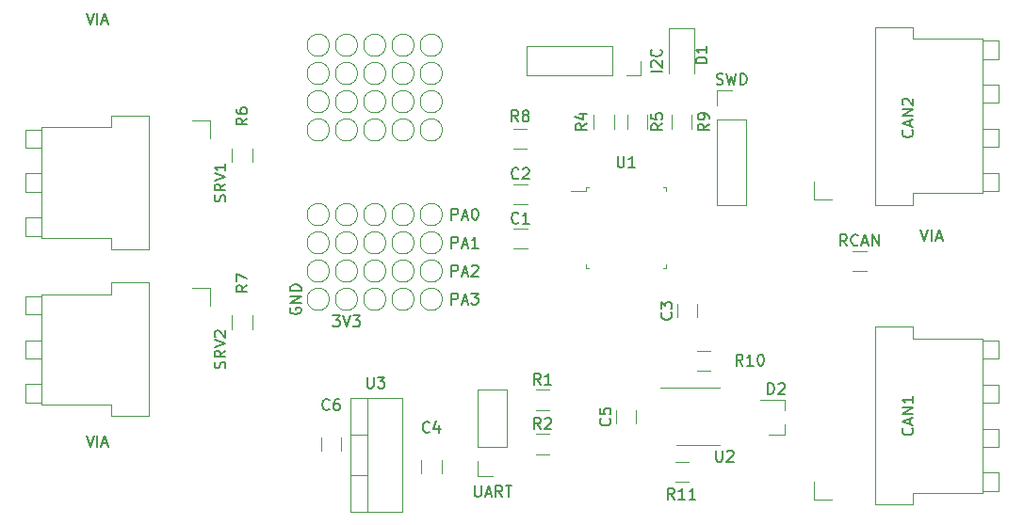
<source format=gbr>
G04 #@! TF.GenerationSoftware,KiCad,Pcbnew,(5.1.4)-1*
G04 #@! TF.CreationDate,2020-01-17T23:34:28+09:00*
G04 #@! TF.ProjectId,QX20CTRLV1,51583230-4354-4524-9c56-312e6b696361,rev?*
G04 #@! TF.SameCoordinates,Original*
G04 #@! TF.FileFunction,Legend,Top*
G04 #@! TF.FilePolarity,Positive*
%FSLAX46Y46*%
G04 Gerber Fmt 4.6, Leading zero omitted, Abs format (unit mm)*
G04 Created by KiCad (PCBNEW (5.1.4)-1) date 2020-01-17 23:34:28*
%MOMM*%
%LPD*%
G04 APERTURE LIST*
%ADD10C,0.120000*%
%ADD11C,0.150000*%
G04 APERTURE END LIST*
D10*
X97840000Y-64600000D02*
G75*
G03X97840000Y-64600000I-1000000J0D01*
G01*
X97840000Y-67140000D02*
G75*
G03X97840000Y-67140000I-1000000J0D01*
G01*
X97840000Y-69680000D02*
G75*
G03X97840000Y-69680000I-1000000J0D01*
G01*
X108000000Y-64600000D02*
G75*
G03X108000000Y-64600000I-1000000J0D01*
G01*
X105460000Y-64600000D02*
G75*
G03X105460000Y-64600000I-1000000J0D01*
G01*
X102920000Y-64600000D02*
G75*
G03X102920000Y-64600000I-1000000J0D01*
G01*
X100380000Y-64600000D02*
G75*
G03X100380000Y-64600000I-1000000J0D01*
G01*
X108000000Y-67140000D02*
G75*
G03X108000000Y-67140000I-1000000J0D01*
G01*
X105460000Y-67140000D02*
G75*
G03X105460000Y-67140000I-1000000J0D01*
G01*
X102920000Y-67140000D02*
G75*
G03X102920000Y-67140000I-1000000J0D01*
G01*
X100380000Y-67140000D02*
G75*
G03X100380000Y-67140000I-1000000J0D01*
G01*
X108000000Y-69680000D02*
G75*
G03X108000000Y-69680000I-1000000J0D01*
G01*
X105460000Y-69680000D02*
G75*
G03X105460000Y-69680000I-1000000J0D01*
G01*
X102920000Y-69680000D02*
G75*
G03X102920000Y-69680000I-1000000J0D01*
G01*
X100380000Y-69680000D02*
G75*
G03X100380000Y-69680000I-1000000J0D01*
G01*
X108000000Y-72220000D02*
G75*
G03X108000000Y-72220000I-1000000J0D01*
G01*
X105460000Y-72220000D02*
G75*
G03X105460000Y-72220000I-1000000J0D01*
G01*
X102920000Y-72220000D02*
G75*
G03X102920000Y-72220000I-1000000J0D01*
G01*
X100380000Y-72220000D02*
G75*
G03X100380000Y-72220000I-1000000J0D01*
G01*
X97840000Y-72220000D02*
G75*
G03X97840000Y-72220000I-1000000J0D01*
G01*
X97840000Y-79840000D02*
G75*
G03X97840000Y-79840000I-1000000J0D01*
G01*
X100380000Y-79840000D02*
G75*
G03X100380000Y-79840000I-1000000J0D01*
G01*
X102920000Y-79840000D02*
G75*
G03X102920000Y-79840000I-1000000J0D01*
G01*
X105460000Y-79840000D02*
G75*
G03X105460000Y-79840000I-1000000J0D01*
G01*
X108000000Y-79840000D02*
G75*
G03X108000000Y-79840000I-1000000J0D01*
G01*
X97840000Y-82380000D02*
G75*
G03X97840000Y-82380000I-1000000J0D01*
G01*
X100380000Y-82380000D02*
G75*
G03X100380000Y-82380000I-1000000J0D01*
G01*
X102920000Y-82380000D02*
G75*
G03X102920000Y-82380000I-1000000J0D01*
G01*
X105460000Y-82380000D02*
G75*
G03X105460000Y-82380000I-1000000J0D01*
G01*
X108000000Y-82380000D02*
G75*
G03X108000000Y-82380000I-1000000J0D01*
G01*
X97840000Y-84920000D02*
G75*
G03X97840000Y-84920000I-1000000J0D01*
G01*
X100380000Y-84920000D02*
G75*
G03X100380000Y-84920000I-1000000J0D01*
G01*
X102920000Y-84920000D02*
G75*
G03X102920000Y-84920000I-1000000J0D01*
G01*
X105460000Y-84920000D02*
G75*
G03X105460000Y-84920000I-1000000J0D01*
G01*
X108000000Y-84920000D02*
G75*
G03X108000000Y-84920000I-1000000J0D01*
G01*
X97840000Y-87460000D02*
G75*
G03X97840000Y-87460000I-1000000J0D01*
G01*
X100380000Y-87460000D02*
G75*
G03X100380000Y-87460000I-1000000J0D01*
G01*
X102920000Y-87460000D02*
G75*
G03X102920000Y-87460000I-1000000J0D01*
G01*
X105460000Y-87460000D02*
G75*
G03X105460000Y-87460000I-1000000J0D01*
G01*
X108000000Y-87460000D02*
G75*
G03X108000000Y-87460000I-1000000J0D01*
G01*
X132670000Y-68670000D02*
X134000000Y-68670000D01*
X132670000Y-70000000D02*
X132670000Y-68670000D01*
X132670000Y-71270000D02*
X135330000Y-71270000D01*
X135330000Y-71270000D02*
X135330000Y-78950000D01*
X132670000Y-71270000D02*
X132670000Y-78950000D01*
X132670000Y-78950000D02*
X135330000Y-78950000D01*
X120890000Y-77690000D02*
X119575000Y-77690000D01*
X120890000Y-77390000D02*
X120890000Y-77690000D01*
X121190000Y-77390000D02*
X120890000Y-77390000D01*
X128110000Y-77390000D02*
X128110000Y-77690000D01*
X127810000Y-77390000D02*
X128110000Y-77390000D01*
X120890000Y-84610000D02*
X120890000Y-84310000D01*
X121190000Y-84610000D02*
X120890000Y-84610000D01*
X128110000Y-84610000D02*
X128110000Y-84310000D01*
X127810000Y-84610000D02*
X128110000Y-84610000D01*
X106090000Y-103114564D02*
X106090000Y-101910436D01*
X107910000Y-103114564D02*
X107910000Y-101910436D01*
X97090000Y-99885436D02*
X97090000Y-101089564D01*
X98910000Y-99885436D02*
X98910000Y-101089564D01*
X99730000Y-106580000D02*
X99730000Y-96340000D01*
X104371000Y-106580000D02*
X104371000Y-96340000D01*
X99730000Y-106580000D02*
X104371000Y-106580000D01*
X99730000Y-96340000D02*
X104371000Y-96340000D01*
X101240000Y-106580000D02*
X101240000Y-96340000D01*
X99730000Y-103310000D02*
X101240000Y-103310000D01*
X99730000Y-99609000D02*
X101240000Y-99609000D01*
X146890000Y-78940000D02*
X146890000Y-62940000D01*
X146890000Y-62940000D02*
X150310000Y-62940000D01*
X150310000Y-62940000D02*
X150310000Y-63990000D01*
X150310000Y-63990000D02*
X156510000Y-63990000D01*
X156510000Y-63990000D02*
X156510000Y-77890000D01*
X156510000Y-77890000D02*
X150310000Y-77890000D01*
X150310000Y-77890000D02*
X150310000Y-78940000D01*
X150310000Y-78940000D02*
X146890000Y-78940000D01*
X156510000Y-77700000D02*
X158010000Y-77700000D01*
X158010000Y-77700000D02*
X158010000Y-76060000D01*
X158010000Y-76060000D02*
X156510000Y-76060000D01*
X156510000Y-73740000D02*
X158010000Y-73740000D01*
X158010000Y-73740000D02*
X158010000Y-72100000D01*
X158010000Y-72100000D02*
X156510000Y-72100000D01*
X156510000Y-69780000D02*
X158010000Y-69780000D01*
X158010000Y-69780000D02*
X158010000Y-68140000D01*
X158010000Y-68140000D02*
X156510000Y-68140000D01*
X156510000Y-65820000D02*
X158010000Y-65820000D01*
X158010000Y-65820000D02*
X158010000Y-64180000D01*
X158010000Y-64180000D02*
X156510000Y-64180000D01*
X141390000Y-76880000D02*
X141390000Y-78490000D01*
X141390000Y-78490000D02*
X143000000Y-78490000D01*
X114410436Y-82910000D02*
X115614564Y-82910000D01*
X114410436Y-81090000D02*
X115614564Y-81090000D01*
X114410436Y-77090000D02*
X115614564Y-77090000D01*
X114410436Y-78910000D02*
X115614564Y-78910000D01*
X130910000Y-89089564D02*
X130910000Y-87885436D01*
X129090000Y-89089564D02*
X129090000Y-87885436D01*
X123590000Y-98614564D02*
X123590000Y-97410436D01*
X125410000Y-98614564D02*
X125410000Y-97410436D01*
X130635000Y-67087500D02*
X130635000Y-63027500D01*
X130635000Y-63027500D02*
X128365000Y-63027500D01*
X128365000Y-63027500D02*
X128365000Y-67087500D01*
X138760000Y-99630000D02*
X138760000Y-98700000D01*
X138760000Y-96470000D02*
X138760000Y-97400000D01*
X138760000Y-96470000D02*
X136600000Y-96470000D01*
X138760000Y-99630000D02*
X137300000Y-99630000D01*
X141390000Y-105490000D02*
X143000000Y-105490000D01*
X141390000Y-103880000D02*
X141390000Y-105490000D01*
X158010000Y-91180000D02*
X156510000Y-91180000D01*
X158010000Y-92820000D02*
X158010000Y-91180000D01*
X156510000Y-92820000D02*
X158010000Y-92820000D01*
X158010000Y-95140000D02*
X156510000Y-95140000D01*
X158010000Y-96780000D02*
X158010000Y-95140000D01*
X156510000Y-96780000D02*
X158010000Y-96780000D01*
X158010000Y-99100000D02*
X156510000Y-99100000D01*
X158010000Y-100740000D02*
X158010000Y-99100000D01*
X156510000Y-100740000D02*
X158010000Y-100740000D01*
X158010000Y-103060000D02*
X156510000Y-103060000D01*
X158010000Y-104700000D02*
X158010000Y-103060000D01*
X156510000Y-104700000D02*
X158010000Y-104700000D01*
X150310000Y-105940000D02*
X146890000Y-105940000D01*
X150310000Y-104890000D02*
X150310000Y-105940000D01*
X156510000Y-104890000D02*
X150310000Y-104890000D01*
X156510000Y-90990000D02*
X156510000Y-104890000D01*
X150310000Y-90990000D02*
X156510000Y-90990000D01*
X150310000Y-89940000D02*
X150310000Y-90990000D01*
X146890000Y-89940000D02*
X150310000Y-89940000D01*
X146890000Y-105940000D02*
X146890000Y-89940000D01*
X87110000Y-71390000D02*
X85500000Y-71390000D01*
X87110000Y-73000000D02*
X87110000Y-71390000D01*
X70490000Y-81740000D02*
X71990000Y-81740000D01*
X70490000Y-80100000D02*
X70490000Y-81740000D01*
X71990000Y-80100000D02*
X70490000Y-80100000D01*
X70490000Y-77780000D02*
X71990000Y-77780000D01*
X70490000Y-76140000D02*
X70490000Y-77780000D01*
X71990000Y-76140000D02*
X70490000Y-76140000D01*
X70490000Y-73820000D02*
X71990000Y-73820000D01*
X70490000Y-72180000D02*
X70490000Y-73820000D01*
X71990000Y-72180000D02*
X70490000Y-72180000D01*
X78190000Y-70940000D02*
X81610000Y-70940000D01*
X78190000Y-71990000D02*
X78190000Y-70940000D01*
X71990000Y-71990000D02*
X78190000Y-71990000D01*
X71990000Y-81930000D02*
X71990000Y-71990000D01*
X78190000Y-81930000D02*
X71990000Y-81930000D01*
X78190000Y-82980000D02*
X78190000Y-81930000D01*
X81610000Y-82980000D02*
X78190000Y-82980000D01*
X81610000Y-70940000D02*
X81610000Y-82980000D01*
X81610000Y-85940000D02*
X81610000Y-97980000D01*
X81610000Y-97980000D02*
X78190000Y-97980000D01*
X78190000Y-97980000D02*
X78190000Y-96930000D01*
X78190000Y-96930000D02*
X71990000Y-96930000D01*
X71990000Y-96930000D02*
X71990000Y-86990000D01*
X71990000Y-86990000D02*
X78190000Y-86990000D01*
X78190000Y-86990000D02*
X78190000Y-85940000D01*
X78190000Y-85940000D02*
X81610000Y-85940000D01*
X71990000Y-87180000D02*
X70490000Y-87180000D01*
X70490000Y-87180000D02*
X70490000Y-88820000D01*
X70490000Y-88820000D02*
X71990000Y-88820000D01*
X71990000Y-91140000D02*
X70490000Y-91140000D01*
X70490000Y-91140000D02*
X70490000Y-92780000D01*
X70490000Y-92780000D02*
X71990000Y-92780000D01*
X71990000Y-95100000D02*
X70490000Y-95100000D01*
X70490000Y-95100000D02*
X70490000Y-96740000D01*
X70490000Y-96740000D02*
X71990000Y-96740000D01*
X87110000Y-88000000D02*
X87110000Y-86390000D01*
X87110000Y-86390000D02*
X85500000Y-86390000D01*
X113830000Y-100730000D02*
X111170000Y-100730000D01*
X113830000Y-100730000D02*
X113830000Y-95590000D01*
X113830000Y-95590000D02*
X111170000Y-95590000D01*
X111170000Y-100730000D02*
X111170000Y-95590000D01*
X111170000Y-103330000D02*
X111170000Y-102000000D01*
X112500000Y-103330000D02*
X111170000Y-103330000D01*
X123230000Y-64670000D02*
X123230000Y-67330000D01*
X123230000Y-64670000D02*
X115550000Y-64670000D01*
X115550000Y-64670000D02*
X115550000Y-67330000D01*
X123230000Y-67330000D02*
X115550000Y-67330000D01*
X125830000Y-67330000D02*
X124500000Y-67330000D01*
X125830000Y-66000000D02*
X125830000Y-67330000D01*
X116397936Y-97410000D02*
X117602064Y-97410000D01*
X116397936Y-95590000D02*
X117602064Y-95590000D01*
X116397936Y-99590000D02*
X117602064Y-99590000D01*
X116397936Y-101410000D02*
X117602064Y-101410000D01*
X123410000Y-70885436D02*
X123410000Y-72089564D01*
X121590000Y-70885436D02*
X121590000Y-72089564D01*
X124590000Y-70885436D02*
X124590000Y-72089564D01*
X126410000Y-70885436D02*
X126410000Y-72089564D01*
X90910000Y-73885436D02*
X90910000Y-75089564D01*
X89090000Y-73885436D02*
X89090000Y-75089564D01*
X89090000Y-88910436D02*
X89090000Y-90114564D01*
X90910000Y-88910436D02*
X90910000Y-90114564D01*
X115589564Y-73910000D02*
X114385436Y-73910000D01*
X115589564Y-72090000D02*
X114385436Y-72090000D01*
X128590000Y-72089564D02*
X128590000Y-70885436D01*
X130410000Y-72089564D02*
X130410000Y-70885436D01*
X130885436Y-93910000D02*
X132089564Y-93910000D01*
X130885436Y-92090000D02*
X132089564Y-92090000D01*
X128910436Y-102090000D02*
X130114564Y-102090000D01*
X128910436Y-103910000D02*
X130114564Y-103910000D01*
X144885436Y-84910000D02*
X146089564Y-84910000D01*
X144885436Y-83090000D02*
X146089564Y-83090000D01*
X131000000Y-100560000D02*
X132950000Y-100560000D01*
X131000000Y-100560000D02*
X129050000Y-100560000D01*
X131000000Y-95440000D02*
X132950000Y-95440000D01*
X131000000Y-95440000D02*
X127550000Y-95440000D01*
D11*
X108833333Y-80292380D02*
X108833333Y-79292380D01*
X109214285Y-79292380D01*
X109309523Y-79340000D01*
X109357142Y-79387619D01*
X109404761Y-79482857D01*
X109404761Y-79625714D01*
X109357142Y-79720952D01*
X109309523Y-79768571D01*
X109214285Y-79816190D01*
X108833333Y-79816190D01*
X109785714Y-80006666D02*
X110261904Y-80006666D01*
X109690476Y-80292380D02*
X110023809Y-79292380D01*
X110357142Y-80292380D01*
X110880952Y-79292380D02*
X110976190Y-79292380D01*
X111071428Y-79340000D01*
X111119047Y-79387619D01*
X111166666Y-79482857D01*
X111214285Y-79673333D01*
X111214285Y-79911428D01*
X111166666Y-80101904D01*
X111119047Y-80197142D01*
X111071428Y-80244761D01*
X110976190Y-80292380D01*
X110880952Y-80292380D01*
X110785714Y-80244761D01*
X110738095Y-80197142D01*
X110690476Y-80101904D01*
X110642857Y-79911428D01*
X110642857Y-79673333D01*
X110690476Y-79482857D01*
X110738095Y-79387619D01*
X110785714Y-79340000D01*
X110880952Y-79292380D01*
X108833333Y-82832380D02*
X108833333Y-81832380D01*
X109214285Y-81832380D01*
X109309523Y-81880000D01*
X109357142Y-81927619D01*
X109404761Y-82022857D01*
X109404761Y-82165714D01*
X109357142Y-82260952D01*
X109309523Y-82308571D01*
X109214285Y-82356190D01*
X108833333Y-82356190D01*
X109785714Y-82546666D02*
X110261904Y-82546666D01*
X109690476Y-82832380D02*
X110023809Y-81832380D01*
X110357142Y-82832380D01*
X111214285Y-82832380D02*
X110642857Y-82832380D01*
X110928571Y-82832380D02*
X110928571Y-81832380D01*
X110833333Y-81975238D01*
X110738095Y-82070476D01*
X110642857Y-82118095D01*
X108833333Y-85372380D02*
X108833333Y-84372380D01*
X109214285Y-84372380D01*
X109309523Y-84420000D01*
X109357142Y-84467619D01*
X109404761Y-84562857D01*
X109404761Y-84705714D01*
X109357142Y-84800952D01*
X109309523Y-84848571D01*
X109214285Y-84896190D01*
X108833333Y-84896190D01*
X109785714Y-85086666D02*
X110261904Y-85086666D01*
X109690476Y-85372380D02*
X110023809Y-84372380D01*
X110357142Y-85372380D01*
X110642857Y-84467619D02*
X110690476Y-84420000D01*
X110785714Y-84372380D01*
X111023809Y-84372380D01*
X111119047Y-84420000D01*
X111166666Y-84467619D01*
X111214285Y-84562857D01*
X111214285Y-84658095D01*
X111166666Y-84800952D01*
X110595238Y-85372380D01*
X111214285Y-85372380D01*
X94340000Y-88221904D02*
X94292380Y-88317142D01*
X94292380Y-88460000D01*
X94340000Y-88602857D01*
X94435238Y-88698095D01*
X94530476Y-88745714D01*
X94720952Y-88793333D01*
X94863809Y-88793333D01*
X95054285Y-88745714D01*
X95149523Y-88698095D01*
X95244761Y-88602857D01*
X95292380Y-88460000D01*
X95292380Y-88364761D01*
X95244761Y-88221904D01*
X95197142Y-88174285D01*
X94863809Y-88174285D01*
X94863809Y-88364761D01*
X95292380Y-87745714D02*
X94292380Y-87745714D01*
X95292380Y-87174285D01*
X94292380Y-87174285D01*
X95292380Y-86698095D02*
X94292380Y-86698095D01*
X94292380Y-86460000D01*
X94340000Y-86317142D01*
X94435238Y-86221904D01*
X94530476Y-86174285D01*
X94720952Y-86126666D01*
X94863809Y-86126666D01*
X95054285Y-86174285D01*
X95149523Y-86221904D01*
X95244761Y-86317142D01*
X95292380Y-86460000D01*
X95292380Y-86698095D01*
X98141904Y-88912380D02*
X98760952Y-88912380D01*
X98427619Y-89293333D01*
X98570476Y-89293333D01*
X98665714Y-89340952D01*
X98713333Y-89388571D01*
X98760952Y-89483809D01*
X98760952Y-89721904D01*
X98713333Y-89817142D01*
X98665714Y-89864761D01*
X98570476Y-89912380D01*
X98284761Y-89912380D01*
X98189523Y-89864761D01*
X98141904Y-89817142D01*
X99046666Y-88912380D02*
X99380000Y-89912380D01*
X99713333Y-88912380D01*
X99951428Y-88912380D02*
X100570476Y-88912380D01*
X100237142Y-89293333D01*
X100380000Y-89293333D01*
X100475238Y-89340952D01*
X100522857Y-89388571D01*
X100570476Y-89483809D01*
X100570476Y-89721904D01*
X100522857Y-89817142D01*
X100475238Y-89864761D01*
X100380000Y-89912380D01*
X100094285Y-89912380D01*
X99999047Y-89864761D01*
X99951428Y-89817142D01*
X108833333Y-87912380D02*
X108833333Y-86912380D01*
X109214285Y-86912380D01*
X109309523Y-86960000D01*
X109357142Y-87007619D01*
X109404761Y-87102857D01*
X109404761Y-87245714D01*
X109357142Y-87340952D01*
X109309523Y-87388571D01*
X109214285Y-87436190D01*
X108833333Y-87436190D01*
X109785714Y-87626666D02*
X110261904Y-87626666D01*
X109690476Y-87912380D02*
X110023809Y-86912380D01*
X110357142Y-87912380D01*
X110595238Y-86912380D02*
X111214285Y-86912380D01*
X110880952Y-87293333D01*
X111023809Y-87293333D01*
X111119047Y-87340952D01*
X111166666Y-87388571D01*
X111214285Y-87483809D01*
X111214285Y-87721904D01*
X111166666Y-87817142D01*
X111119047Y-87864761D01*
X111023809Y-87912380D01*
X110738095Y-87912380D01*
X110642857Y-87864761D01*
X110595238Y-87817142D01*
X132642857Y-68074761D02*
X132785714Y-68122380D01*
X133023809Y-68122380D01*
X133119047Y-68074761D01*
X133166666Y-68027142D01*
X133214285Y-67931904D01*
X133214285Y-67836666D01*
X133166666Y-67741428D01*
X133119047Y-67693809D01*
X133023809Y-67646190D01*
X132833333Y-67598571D01*
X132738095Y-67550952D01*
X132690476Y-67503333D01*
X132642857Y-67408095D01*
X132642857Y-67312857D01*
X132690476Y-67217619D01*
X132738095Y-67170000D01*
X132833333Y-67122380D01*
X133071428Y-67122380D01*
X133214285Y-67170000D01*
X133547619Y-67122380D02*
X133785714Y-68122380D01*
X133976190Y-67408095D01*
X134166666Y-68122380D01*
X134404761Y-67122380D01*
X134785714Y-68122380D02*
X134785714Y-67122380D01*
X135023809Y-67122380D01*
X135166666Y-67170000D01*
X135261904Y-67265238D01*
X135309523Y-67360476D01*
X135357142Y-67550952D01*
X135357142Y-67693809D01*
X135309523Y-67884285D01*
X135261904Y-67979523D01*
X135166666Y-68074761D01*
X135023809Y-68122380D01*
X134785714Y-68122380D01*
X123738095Y-74572380D02*
X123738095Y-75381904D01*
X123785714Y-75477142D01*
X123833333Y-75524761D01*
X123928571Y-75572380D01*
X124119047Y-75572380D01*
X124214285Y-75524761D01*
X124261904Y-75477142D01*
X124309523Y-75381904D01*
X124309523Y-74572380D01*
X125309523Y-75572380D02*
X124738095Y-75572380D01*
X125023809Y-75572380D02*
X125023809Y-74572380D01*
X124928571Y-74715238D01*
X124833333Y-74810476D01*
X124738095Y-74858095D01*
X106833333Y-99357142D02*
X106785714Y-99404761D01*
X106642857Y-99452380D01*
X106547619Y-99452380D01*
X106404761Y-99404761D01*
X106309523Y-99309523D01*
X106261904Y-99214285D01*
X106214285Y-99023809D01*
X106214285Y-98880952D01*
X106261904Y-98690476D01*
X106309523Y-98595238D01*
X106404761Y-98500000D01*
X106547619Y-98452380D01*
X106642857Y-98452380D01*
X106785714Y-98500000D01*
X106833333Y-98547619D01*
X107690476Y-98785714D02*
X107690476Y-99452380D01*
X107452380Y-98404761D02*
X107214285Y-99119047D01*
X107833333Y-99119047D01*
X97833333Y-97332142D02*
X97785714Y-97379761D01*
X97642857Y-97427380D01*
X97547619Y-97427380D01*
X97404761Y-97379761D01*
X97309523Y-97284523D01*
X97261904Y-97189285D01*
X97214285Y-96998809D01*
X97214285Y-96855952D01*
X97261904Y-96665476D01*
X97309523Y-96570238D01*
X97404761Y-96475000D01*
X97547619Y-96427380D01*
X97642857Y-96427380D01*
X97785714Y-96475000D01*
X97833333Y-96522619D01*
X98690476Y-96427380D02*
X98500000Y-96427380D01*
X98404761Y-96475000D01*
X98357142Y-96522619D01*
X98261904Y-96665476D01*
X98214285Y-96855952D01*
X98214285Y-97236904D01*
X98261904Y-97332142D01*
X98309523Y-97379761D01*
X98404761Y-97427380D01*
X98595238Y-97427380D01*
X98690476Y-97379761D01*
X98738095Y-97332142D01*
X98785714Y-97236904D01*
X98785714Y-96998809D01*
X98738095Y-96903571D01*
X98690476Y-96855952D01*
X98595238Y-96808333D01*
X98404761Y-96808333D01*
X98309523Y-96855952D01*
X98261904Y-96903571D01*
X98214285Y-96998809D01*
X101238095Y-94452380D02*
X101238095Y-95261904D01*
X101285714Y-95357142D01*
X101333333Y-95404761D01*
X101428571Y-95452380D01*
X101619047Y-95452380D01*
X101714285Y-95404761D01*
X101761904Y-95357142D01*
X101809523Y-95261904D01*
X101809523Y-94452380D01*
X102190476Y-94452380D02*
X102809523Y-94452380D01*
X102476190Y-94833333D01*
X102619047Y-94833333D01*
X102714285Y-94880952D01*
X102761904Y-94928571D01*
X102809523Y-95023809D01*
X102809523Y-95261904D01*
X102761904Y-95357142D01*
X102714285Y-95404761D01*
X102619047Y-95452380D01*
X102333333Y-95452380D01*
X102238095Y-95404761D01*
X102190476Y-95357142D01*
X150217142Y-72239047D02*
X150264761Y-72286666D01*
X150312380Y-72429523D01*
X150312380Y-72524761D01*
X150264761Y-72667619D01*
X150169523Y-72762857D01*
X150074285Y-72810476D01*
X149883809Y-72858095D01*
X149740952Y-72858095D01*
X149550476Y-72810476D01*
X149455238Y-72762857D01*
X149360000Y-72667619D01*
X149312380Y-72524761D01*
X149312380Y-72429523D01*
X149360000Y-72286666D01*
X149407619Y-72239047D01*
X150026666Y-71858095D02*
X150026666Y-71381904D01*
X150312380Y-71953333D02*
X149312380Y-71620000D01*
X150312380Y-71286666D01*
X150312380Y-70953333D02*
X149312380Y-70953333D01*
X150312380Y-70381904D01*
X149312380Y-70381904D01*
X149407619Y-69953333D02*
X149360000Y-69905714D01*
X149312380Y-69810476D01*
X149312380Y-69572380D01*
X149360000Y-69477142D01*
X149407619Y-69429523D01*
X149502857Y-69381904D01*
X149598095Y-69381904D01*
X149740952Y-69429523D01*
X150312380Y-70000952D01*
X150312380Y-69381904D01*
X151000000Y-81202380D02*
X151333333Y-82202380D01*
X151666666Y-81202380D01*
X152000000Y-82202380D02*
X152000000Y-81202380D01*
X152428571Y-81916666D02*
X152904761Y-81916666D01*
X152333333Y-82202380D02*
X152666666Y-81202380D01*
X153000000Y-82202380D01*
X76000000Y-99702380D02*
X76333333Y-100702380D01*
X76666666Y-99702380D01*
X77000000Y-100702380D02*
X77000000Y-99702380D01*
X77428571Y-100416666D02*
X77904761Y-100416666D01*
X77333333Y-100702380D02*
X77666666Y-99702380D01*
X78000000Y-100702380D01*
X76000000Y-61702380D02*
X76333333Y-62702380D01*
X76666666Y-61702380D01*
X77000000Y-62702380D02*
X77000000Y-61702380D01*
X77428571Y-62416666D02*
X77904761Y-62416666D01*
X77333333Y-62702380D02*
X77666666Y-61702380D01*
X78000000Y-62702380D01*
X114845833Y-80537142D02*
X114798214Y-80584761D01*
X114655357Y-80632380D01*
X114560119Y-80632380D01*
X114417261Y-80584761D01*
X114322023Y-80489523D01*
X114274404Y-80394285D01*
X114226785Y-80203809D01*
X114226785Y-80060952D01*
X114274404Y-79870476D01*
X114322023Y-79775238D01*
X114417261Y-79680000D01*
X114560119Y-79632380D01*
X114655357Y-79632380D01*
X114798214Y-79680000D01*
X114845833Y-79727619D01*
X115798214Y-80632380D02*
X115226785Y-80632380D01*
X115512500Y-80632380D02*
X115512500Y-79632380D01*
X115417261Y-79775238D01*
X115322023Y-79870476D01*
X115226785Y-79918095D01*
X114845833Y-76537142D02*
X114798214Y-76584761D01*
X114655357Y-76632380D01*
X114560119Y-76632380D01*
X114417261Y-76584761D01*
X114322023Y-76489523D01*
X114274404Y-76394285D01*
X114226785Y-76203809D01*
X114226785Y-76060952D01*
X114274404Y-75870476D01*
X114322023Y-75775238D01*
X114417261Y-75680000D01*
X114560119Y-75632380D01*
X114655357Y-75632380D01*
X114798214Y-75680000D01*
X114845833Y-75727619D01*
X115226785Y-75727619D02*
X115274404Y-75680000D01*
X115369642Y-75632380D01*
X115607738Y-75632380D01*
X115702976Y-75680000D01*
X115750595Y-75727619D01*
X115798214Y-75822857D01*
X115798214Y-75918095D01*
X115750595Y-76060952D01*
X115179166Y-76632380D01*
X115798214Y-76632380D01*
X128537142Y-88654166D02*
X128584761Y-88701785D01*
X128632380Y-88844642D01*
X128632380Y-88939880D01*
X128584761Y-89082738D01*
X128489523Y-89177976D01*
X128394285Y-89225595D01*
X128203809Y-89273214D01*
X128060952Y-89273214D01*
X127870476Y-89225595D01*
X127775238Y-89177976D01*
X127680000Y-89082738D01*
X127632380Y-88939880D01*
X127632380Y-88844642D01*
X127680000Y-88701785D01*
X127727619Y-88654166D01*
X127632380Y-88320833D02*
X127632380Y-87701785D01*
X128013333Y-88035119D01*
X128013333Y-87892261D01*
X128060952Y-87797023D01*
X128108571Y-87749404D01*
X128203809Y-87701785D01*
X128441904Y-87701785D01*
X128537142Y-87749404D01*
X128584761Y-87797023D01*
X128632380Y-87892261D01*
X128632380Y-88177976D01*
X128584761Y-88273214D01*
X128537142Y-88320833D01*
X123037142Y-98179166D02*
X123084761Y-98226785D01*
X123132380Y-98369642D01*
X123132380Y-98464880D01*
X123084761Y-98607738D01*
X122989523Y-98702976D01*
X122894285Y-98750595D01*
X122703809Y-98798214D01*
X122560952Y-98798214D01*
X122370476Y-98750595D01*
X122275238Y-98702976D01*
X122180000Y-98607738D01*
X122132380Y-98464880D01*
X122132380Y-98369642D01*
X122180000Y-98226785D01*
X122227619Y-98179166D01*
X122132380Y-97274404D02*
X122132380Y-97750595D01*
X122608571Y-97798214D01*
X122560952Y-97750595D01*
X122513333Y-97655357D01*
X122513333Y-97417261D01*
X122560952Y-97322023D01*
X122608571Y-97274404D01*
X122703809Y-97226785D01*
X122941904Y-97226785D01*
X123037142Y-97274404D01*
X123084761Y-97322023D01*
X123132380Y-97417261D01*
X123132380Y-97655357D01*
X123084761Y-97750595D01*
X123037142Y-97798214D01*
X131772380Y-66225595D02*
X130772380Y-66225595D01*
X130772380Y-65987500D01*
X130820000Y-65844642D01*
X130915238Y-65749404D01*
X131010476Y-65701785D01*
X131200952Y-65654166D01*
X131343809Y-65654166D01*
X131534285Y-65701785D01*
X131629523Y-65749404D01*
X131724761Y-65844642D01*
X131772380Y-65987500D01*
X131772380Y-66225595D01*
X131772380Y-64701785D02*
X131772380Y-65273214D01*
X131772380Y-64987500D02*
X130772380Y-64987500D01*
X130915238Y-65082738D01*
X131010476Y-65177976D01*
X131058095Y-65273214D01*
X137261904Y-96002380D02*
X137261904Y-95002380D01*
X137500000Y-95002380D01*
X137642857Y-95050000D01*
X137738095Y-95145238D01*
X137785714Y-95240476D01*
X137833333Y-95430952D01*
X137833333Y-95573809D01*
X137785714Y-95764285D01*
X137738095Y-95859523D01*
X137642857Y-95954761D01*
X137500000Y-96002380D01*
X137261904Y-96002380D01*
X138214285Y-95097619D02*
X138261904Y-95050000D01*
X138357142Y-95002380D01*
X138595238Y-95002380D01*
X138690476Y-95050000D01*
X138738095Y-95097619D01*
X138785714Y-95192857D01*
X138785714Y-95288095D01*
X138738095Y-95430952D01*
X138166666Y-96002380D01*
X138785714Y-96002380D01*
X150217142Y-99059047D02*
X150264761Y-99106666D01*
X150312380Y-99249523D01*
X150312380Y-99344761D01*
X150264761Y-99487619D01*
X150169523Y-99582857D01*
X150074285Y-99630476D01*
X149883809Y-99678095D01*
X149740952Y-99678095D01*
X149550476Y-99630476D01*
X149455238Y-99582857D01*
X149360000Y-99487619D01*
X149312380Y-99344761D01*
X149312380Y-99249523D01*
X149360000Y-99106666D01*
X149407619Y-99059047D01*
X150026666Y-98678095D02*
X150026666Y-98201904D01*
X150312380Y-98773333D02*
X149312380Y-98440000D01*
X150312380Y-98106666D01*
X150312380Y-97773333D02*
X149312380Y-97773333D01*
X150312380Y-97201904D01*
X149312380Y-97201904D01*
X150312380Y-96201904D02*
X150312380Y-96773333D01*
X150312380Y-96487619D02*
X149312380Y-96487619D01*
X149455238Y-96582857D01*
X149550476Y-96678095D01*
X149598095Y-96773333D01*
X88454761Y-78650476D02*
X88502380Y-78507619D01*
X88502380Y-78269523D01*
X88454761Y-78174285D01*
X88407142Y-78126666D01*
X88311904Y-78079047D01*
X88216666Y-78079047D01*
X88121428Y-78126666D01*
X88073809Y-78174285D01*
X88026190Y-78269523D01*
X87978571Y-78460000D01*
X87930952Y-78555238D01*
X87883333Y-78602857D01*
X87788095Y-78650476D01*
X87692857Y-78650476D01*
X87597619Y-78602857D01*
X87550000Y-78555238D01*
X87502380Y-78460000D01*
X87502380Y-78221904D01*
X87550000Y-78079047D01*
X88502380Y-77079047D02*
X88026190Y-77412380D01*
X88502380Y-77650476D02*
X87502380Y-77650476D01*
X87502380Y-77269523D01*
X87550000Y-77174285D01*
X87597619Y-77126666D01*
X87692857Y-77079047D01*
X87835714Y-77079047D01*
X87930952Y-77126666D01*
X87978571Y-77174285D01*
X88026190Y-77269523D01*
X88026190Y-77650476D01*
X87502380Y-76793333D02*
X88502380Y-76460000D01*
X87502380Y-76126666D01*
X88502380Y-75269523D02*
X88502380Y-75840952D01*
X88502380Y-75555238D02*
X87502380Y-75555238D01*
X87645238Y-75650476D01*
X87740476Y-75745714D01*
X87788095Y-75840952D01*
X88454761Y-93650476D02*
X88502380Y-93507619D01*
X88502380Y-93269523D01*
X88454761Y-93174285D01*
X88407142Y-93126666D01*
X88311904Y-93079047D01*
X88216666Y-93079047D01*
X88121428Y-93126666D01*
X88073809Y-93174285D01*
X88026190Y-93269523D01*
X87978571Y-93460000D01*
X87930952Y-93555238D01*
X87883333Y-93602857D01*
X87788095Y-93650476D01*
X87692857Y-93650476D01*
X87597619Y-93602857D01*
X87550000Y-93555238D01*
X87502380Y-93460000D01*
X87502380Y-93221904D01*
X87550000Y-93079047D01*
X88502380Y-92079047D02*
X88026190Y-92412380D01*
X88502380Y-92650476D02*
X87502380Y-92650476D01*
X87502380Y-92269523D01*
X87550000Y-92174285D01*
X87597619Y-92126666D01*
X87692857Y-92079047D01*
X87835714Y-92079047D01*
X87930952Y-92126666D01*
X87978571Y-92174285D01*
X88026190Y-92269523D01*
X88026190Y-92650476D01*
X87502380Y-91793333D02*
X88502380Y-91460000D01*
X87502380Y-91126666D01*
X87597619Y-90840952D02*
X87550000Y-90793333D01*
X87502380Y-90698095D01*
X87502380Y-90460000D01*
X87550000Y-90364761D01*
X87597619Y-90317142D01*
X87692857Y-90269523D01*
X87788095Y-90269523D01*
X87930952Y-90317142D01*
X88502380Y-90888571D01*
X88502380Y-90269523D01*
X110904761Y-104222380D02*
X110904761Y-105031904D01*
X110952380Y-105127142D01*
X111000000Y-105174761D01*
X111095238Y-105222380D01*
X111285714Y-105222380D01*
X111380952Y-105174761D01*
X111428571Y-105127142D01*
X111476190Y-105031904D01*
X111476190Y-104222380D01*
X111904761Y-104936666D02*
X112380952Y-104936666D01*
X111809523Y-105222380D02*
X112142857Y-104222380D01*
X112476190Y-105222380D01*
X113380952Y-105222380D02*
X113047619Y-104746190D01*
X112809523Y-105222380D02*
X112809523Y-104222380D01*
X113190476Y-104222380D01*
X113285714Y-104270000D01*
X113333333Y-104317619D01*
X113380952Y-104412857D01*
X113380952Y-104555714D01*
X113333333Y-104650952D01*
X113285714Y-104698571D01*
X113190476Y-104746190D01*
X112809523Y-104746190D01*
X113666666Y-104222380D02*
X114238095Y-104222380D01*
X113952380Y-105222380D02*
X113952380Y-104222380D01*
X127722380Y-66976190D02*
X126722380Y-66976190D01*
X126817619Y-66547619D02*
X126770000Y-66500000D01*
X126722380Y-66404761D01*
X126722380Y-66166666D01*
X126770000Y-66071428D01*
X126817619Y-66023809D01*
X126912857Y-65976190D01*
X127008095Y-65976190D01*
X127150952Y-66023809D01*
X127722380Y-66595238D01*
X127722380Y-65976190D01*
X127627142Y-64976190D02*
X127674761Y-65023809D01*
X127722380Y-65166666D01*
X127722380Y-65261904D01*
X127674761Y-65404761D01*
X127579523Y-65500000D01*
X127484285Y-65547619D01*
X127293809Y-65595238D01*
X127150952Y-65595238D01*
X126960476Y-65547619D01*
X126865238Y-65500000D01*
X126770000Y-65404761D01*
X126722380Y-65261904D01*
X126722380Y-65166666D01*
X126770000Y-65023809D01*
X126817619Y-64976190D01*
X116833333Y-95132380D02*
X116500000Y-94656190D01*
X116261904Y-95132380D02*
X116261904Y-94132380D01*
X116642857Y-94132380D01*
X116738095Y-94180000D01*
X116785714Y-94227619D01*
X116833333Y-94322857D01*
X116833333Y-94465714D01*
X116785714Y-94560952D01*
X116738095Y-94608571D01*
X116642857Y-94656190D01*
X116261904Y-94656190D01*
X117785714Y-95132380D02*
X117214285Y-95132380D01*
X117500000Y-95132380D02*
X117500000Y-94132380D01*
X117404761Y-94275238D01*
X117309523Y-94370476D01*
X117214285Y-94418095D01*
X116833333Y-99132380D02*
X116500000Y-98656190D01*
X116261904Y-99132380D02*
X116261904Y-98132380D01*
X116642857Y-98132380D01*
X116738095Y-98180000D01*
X116785714Y-98227619D01*
X116833333Y-98322857D01*
X116833333Y-98465714D01*
X116785714Y-98560952D01*
X116738095Y-98608571D01*
X116642857Y-98656190D01*
X116261904Y-98656190D01*
X117214285Y-98227619D02*
X117261904Y-98180000D01*
X117357142Y-98132380D01*
X117595238Y-98132380D01*
X117690476Y-98180000D01*
X117738095Y-98227619D01*
X117785714Y-98322857D01*
X117785714Y-98418095D01*
X117738095Y-98560952D01*
X117166666Y-99132380D01*
X117785714Y-99132380D01*
X120952380Y-71654166D02*
X120476190Y-71987500D01*
X120952380Y-72225595D02*
X119952380Y-72225595D01*
X119952380Y-71844642D01*
X120000000Y-71749404D01*
X120047619Y-71701785D01*
X120142857Y-71654166D01*
X120285714Y-71654166D01*
X120380952Y-71701785D01*
X120428571Y-71749404D01*
X120476190Y-71844642D01*
X120476190Y-72225595D01*
X120285714Y-70797023D02*
X120952380Y-70797023D01*
X119904761Y-71035119D02*
X120619047Y-71273214D01*
X120619047Y-70654166D01*
X127772380Y-71654166D02*
X127296190Y-71987500D01*
X127772380Y-72225595D02*
X126772380Y-72225595D01*
X126772380Y-71844642D01*
X126820000Y-71749404D01*
X126867619Y-71701785D01*
X126962857Y-71654166D01*
X127105714Y-71654166D01*
X127200952Y-71701785D01*
X127248571Y-71749404D01*
X127296190Y-71844642D01*
X127296190Y-72225595D01*
X126772380Y-70749404D02*
X126772380Y-71225595D01*
X127248571Y-71273214D01*
X127200952Y-71225595D01*
X127153333Y-71130357D01*
X127153333Y-70892261D01*
X127200952Y-70797023D01*
X127248571Y-70749404D01*
X127343809Y-70701785D01*
X127581904Y-70701785D01*
X127677142Y-70749404D01*
X127724761Y-70797023D01*
X127772380Y-70892261D01*
X127772380Y-71130357D01*
X127724761Y-71225595D01*
X127677142Y-71273214D01*
X90452380Y-71166666D02*
X89976190Y-71500000D01*
X90452380Y-71738095D02*
X89452380Y-71738095D01*
X89452380Y-71357142D01*
X89500000Y-71261904D01*
X89547619Y-71214285D01*
X89642857Y-71166666D01*
X89785714Y-71166666D01*
X89880952Y-71214285D01*
X89928571Y-71261904D01*
X89976190Y-71357142D01*
X89976190Y-71738095D01*
X89452380Y-70309523D02*
X89452380Y-70500000D01*
X89500000Y-70595238D01*
X89547619Y-70642857D01*
X89690476Y-70738095D01*
X89880952Y-70785714D01*
X90261904Y-70785714D01*
X90357142Y-70738095D01*
X90404761Y-70690476D01*
X90452380Y-70595238D01*
X90452380Y-70404761D01*
X90404761Y-70309523D01*
X90357142Y-70261904D01*
X90261904Y-70214285D01*
X90023809Y-70214285D01*
X89928571Y-70261904D01*
X89880952Y-70309523D01*
X89833333Y-70404761D01*
X89833333Y-70595238D01*
X89880952Y-70690476D01*
X89928571Y-70738095D01*
X90023809Y-70785714D01*
X90452380Y-86191666D02*
X89976190Y-86525000D01*
X90452380Y-86763095D02*
X89452380Y-86763095D01*
X89452380Y-86382142D01*
X89500000Y-86286904D01*
X89547619Y-86239285D01*
X89642857Y-86191666D01*
X89785714Y-86191666D01*
X89880952Y-86239285D01*
X89928571Y-86286904D01*
X89976190Y-86382142D01*
X89976190Y-86763095D01*
X89452380Y-85858333D02*
X89452380Y-85191666D01*
X90452380Y-85620238D01*
X114820833Y-71452380D02*
X114487500Y-70976190D01*
X114249404Y-71452380D02*
X114249404Y-70452380D01*
X114630357Y-70452380D01*
X114725595Y-70500000D01*
X114773214Y-70547619D01*
X114820833Y-70642857D01*
X114820833Y-70785714D01*
X114773214Y-70880952D01*
X114725595Y-70928571D01*
X114630357Y-70976190D01*
X114249404Y-70976190D01*
X115392261Y-70880952D02*
X115297023Y-70833333D01*
X115249404Y-70785714D01*
X115201785Y-70690476D01*
X115201785Y-70642857D01*
X115249404Y-70547619D01*
X115297023Y-70500000D01*
X115392261Y-70452380D01*
X115582738Y-70452380D01*
X115677976Y-70500000D01*
X115725595Y-70547619D01*
X115773214Y-70642857D01*
X115773214Y-70690476D01*
X115725595Y-70785714D01*
X115677976Y-70833333D01*
X115582738Y-70880952D01*
X115392261Y-70880952D01*
X115297023Y-70928571D01*
X115249404Y-70976190D01*
X115201785Y-71071428D01*
X115201785Y-71261904D01*
X115249404Y-71357142D01*
X115297023Y-71404761D01*
X115392261Y-71452380D01*
X115582738Y-71452380D01*
X115677976Y-71404761D01*
X115725595Y-71357142D01*
X115773214Y-71261904D01*
X115773214Y-71071428D01*
X115725595Y-70976190D01*
X115677976Y-70928571D01*
X115582738Y-70880952D01*
X131952380Y-71666666D02*
X131476190Y-72000000D01*
X131952380Y-72238095D02*
X130952380Y-72238095D01*
X130952380Y-71857142D01*
X131000000Y-71761904D01*
X131047619Y-71714285D01*
X131142857Y-71666666D01*
X131285714Y-71666666D01*
X131380952Y-71714285D01*
X131428571Y-71761904D01*
X131476190Y-71857142D01*
X131476190Y-72238095D01*
X131952380Y-71190476D02*
X131952380Y-71000000D01*
X131904761Y-70904761D01*
X131857142Y-70857142D01*
X131714285Y-70761904D01*
X131523809Y-70714285D01*
X131142857Y-70714285D01*
X131047619Y-70761904D01*
X131000000Y-70809523D01*
X130952380Y-70904761D01*
X130952380Y-71095238D01*
X131000000Y-71190476D01*
X131047619Y-71238095D01*
X131142857Y-71285714D01*
X131380952Y-71285714D01*
X131476190Y-71238095D01*
X131523809Y-71190476D01*
X131571428Y-71095238D01*
X131571428Y-70904761D01*
X131523809Y-70809523D01*
X131476190Y-70761904D01*
X131380952Y-70714285D01*
X134993142Y-93416380D02*
X134659809Y-92940190D01*
X134421714Y-93416380D02*
X134421714Y-92416380D01*
X134802666Y-92416380D01*
X134897904Y-92464000D01*
X134945523Y-92511619D01*
X134993142Y-92606857D01*
X134993142Y-92749714D01*
X134945523Y-92844952D01*
X134897904Y-92892571D01*
X134802666Y-92940190D01*
X134421714Y-92940190D01*
X135945523Y-93416380D02*
X135374095Y-93416380D01*
X135659809Y-93416380D02*
X135659809Y-92416380D01*
X135564571Y-92559238D01*
X135469333Y-92654476D01*
X135374095Y-92702095D01*
X136564571Y-92416380D02*
X136659809Y-92416380D01*
X136755047Y-92464000D01*
X136802666Y-92511619D01*
X136850285Y-92606857D01*
X136897904Y-92797333D01*
X136897904Y-93035428D01*
X136850285Y-93225904D01*
X136802666Y-93321142D01*
X136755047Y-93368761D01*
X136659809Y-93416380D01*
X136564571Y-93416380D01*
X136469333Y-93368761D01*
X136421714Y-93321142D01*
X136374095Y-93225904D01*
X136326476Y-93035428D01*
X136326476Y-92797333D01*
X136374095Y-92606857D01*
X136421714Y-92511619D01*
X136469333Y-92464000D01*
X136564571Y-92416380D01*
X128857142Y-105452380D02*
X128523809Y-104976190D01*
X128285714Y-105452380D02*
X128285714Y-104452380D01*
X128666666Y-104452380D01*
X128761904Y-104500000D01*
X128809523Y-104547619D01*
X128857142Y-104642857D01*
X128857142Y-104785714D01*
X128809523Y-104880952D01*
X128761904Y-104928571D01*
X128666666Y-104976190D01*
X128285714Y-104976190D01*
X129809523Y-105452380D02*
X129238095Y-105452380D01*
X129523809Y-105452380D02*
X129523809Y-104452380D01*
X129428571Y-104595238D01*
X129333333Y-104690476D01*
X129238095Y-104738095D01*
X130761904Y-105452380D02*
X130190476Y-105452380D01*
X130476190Y-105452380D02*
X130476190Y-104452380D01*
X130380952Y-104595238D01*
X130285714Y-104690476D01*
X130190476Y-104738095D01*
X144344642Y-82632380D02*
X144011309Y-82156190D01*
X143773214Y-82632380D02*
X143773214Y-81632380D01*
X144154166Y-81632380D01*
X144249404Y-81680000D01*
X144297023Y-81727619D01*
X144344642Y-81822857D01*
X144344642Y-81965714D01*
X144297023Y-82060952D01*
X144249404Y-82108571D01*
X144154166Y-82156190D01*
X143773214Y-82156190D01*
X145344642Y-82537142D02*
X145297023Y-82584761D01*
X145154166Y-82632380D01*
X145058928Y-82632380D01*
X144916071Y-82584761D01*
X144820833Y-82489523D01*
X144773214Y-82394285D01*
X144725595Y-82203809D01*
X144725595Y-82060952D01*
X144773214Y-81870476D01*
X144820833Y-81775238D01*
X144916071Y-81680000D01*
X145058928Y-81632380D01*
X145154166Y-81632380D01*
X145297023Y-81680000D01*
X145344642Y-81727619D01*
X145725595Y-82346666D02*
X146201785Y-82346666D01*
X145630357Y-82632380D02*
X145963690Y-81632380D01*
X146297023Y-82632380D01*
X146630357Y-82632380D02*
X146630357Y-81632380D01*
X147201785Y-82632380D01*
X147201785Y-81632380D01*
X132588095Y-101052380D02*
X132588095Y-101861904D01*
X132635714Y-101957142D01*
X132683333Y-102004761D01*
X132778571Y-102052380D01*
X132969047Y-102052380D01*
X133064285Y-102004761D01*
X133111904Y-101957142D01*
X133159523Y-101861904D01*
X133159523Y-101052380D01*
X133588095Y-101147619D02*
X133635714Y-101100000D01*
X133730952Y-101052380D01*
X133969047Y-101052380D01*
X134064285Y-101100000D01*
X134111904Y-101147619D01*
X134159523Y-101242857D01*
X134159523Y-101338095D01*
X134111904Y-101480952D01*
X133540476Y-102052380D01*
X134159523Y-102052380D01*
M02*

</source>
